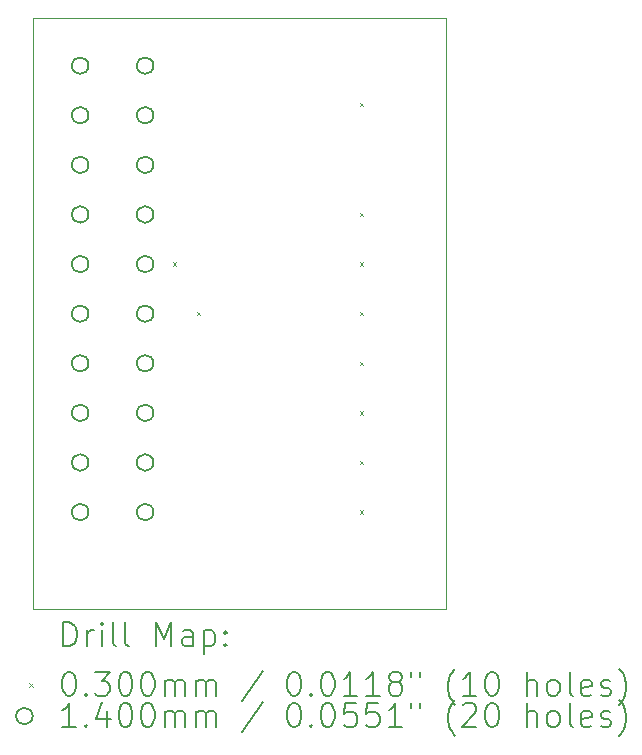
<source format=gbr>
%TF.GenerationSoftware,KiCad,Pcbnew,8.0.5*%
%TF.CreationDate,2024-11-12T19:45:52-03:00*%
%TF.ProjectId,Teste R_pido Fonte Chaveada,54657374-6520-452e-9170-69646f20466f,rev?*%
%TF.SameCoordinates,Original*%
%TF.FileFunction,Drillmap*%
%TF.FilePolarity,Positive*%
%FSLAX45Y45*%
G04 Gerber Fmt 4.5, Leading zero omitted, Abs format (unit mm)*
G04 Created by KiCad (PCBNEW 8.0.5) date 2024-11-12 19:45:52*
%MOMM*%
%LPD*%
G01*
G04 APERTURE LIST*
%ADD10C,0.050000*%
%ADD11C,0.200000*%
%ADD12C,0.100000*%
%ADD13C,0.140000*%
G04 APERTURE END LIST*
D10*
X9900000Y-5000000D02*
X13400000Y-5000000D01*
X13400000Y-10000000D01*
X9900000Y-10000000D01*
X9900000Y-5000000D01*
D11*
D12*
X11085000Y-7065000D02*
X11115000Y-7095000D01*
X11115000Y-7065000D02*
X11085000Y-7095000D01*
X11285000Y-7485000D02*
X11315000Y-7515000D01*
X11315000Y-7485000D02*
X11285000Y-7515000D01*
X12665000Y-5715000D02*
X12695000Y-5745000D01*
X12695000Y-5715000D02*
X12665000Y-5745000D01*
X12665000Y-6645000D02*
X12695000Y-6675000D01*
X12695000Y-6645000D02*
X12665000Y-6675000D01*
X12665000Y-7065000D02*
X12695000Y-7095000D01*
X12695000Y-7065000D02*
X12665000Y-7095000D01*
X12665000Y-7485000D02*
X12695000Y-7515000D01*
X12695000Y-7485000D02*
X12665000Y-7515000D01*
X12665000Y-7905000D02*
X12695000Y-7935000D01*
X12695000Y-7905000D02*
X12665000Y-7935000D01*
X12665000Y-8325000D02*
X12695000Y-8355000D01*
X12695000Y-8325000D02*
X12665000Y-8355000D01*
X12665000Y-8745000D02*
X12695000Y-8775000D01*
X12695000Y-8745000D02*
X12665000Y-8775000D01*
X12665000Y-9165000D02*
X12695000Y-9195000D01*
X12695000Y-9165000D02*
X12665000Y-9195000D01*
D13*
X10370000Y-5400000D02*
G75*
G02*
X10230000Y-5400000I-70000J0D01*
G01*
X10230000Y-5400000D02*
G75*
G02*
X10370000Y-5400000I70000J0D01*
G01*
X10370000Y-5820000D02*
G75*
G02*
X10230000Y-5820000I-70000J0D01*
G01*
X10230000Y-5820000D02*
G75*
G02*
X10370000Y-5820000I70000J0D01*
G01*
X10370000Y-6240000D02*
G75*
G02*
X10230000Y-6240000I-70000J0D01*
G01*
X10230000Y-6240000D02*
G75*
G02*
X10370000Y-6240000I70000J0D01*
G01*
X10370000Y-6660000D02*
G75*
G02*
X10230000Y-6660000I-70000J0D01*
G01*
X10230000Y-6660000D02*
G75*
G02*
X10370000Y-6660000I70000J0D01*
G01*
X10370000Y-7080000D02*
G75*
G02*
X10230000Y-7080000I-70000J0D01*
G01*
X10230000Y-7080000D02*
G75*
G02*
X10370000Y-7080000I70000J0D01*
G01*
X10370000Y-7500000D02*
G75*
G02*
X10230000Y-7500000I-70000J0D01*
G01*
X10230000Y-7500000D02*
G75*
G02*
X10370000Y-7500000I70000J0D01*
G01*
X10370000Y-7920000D02*
G75*
G02*
X10230000Y-7920000I-70000J0D01*
G01*
X10230000Y-7920000D02*
G75*
G02*
X10370000Y-7920000I70000J0D01*
G01*
X10370000Y-8340000D02*
G75*
G02*
X10230000Y-8340000I-70000J0D01*
G01*
X10230000Y-8340000D02*
G75*
G02*
X10370000Y-8340000I70000J0D01*
G01*
X10370000Y-8760000D02*
G75*
G02*
X10230000Y-8760000I-70000J0D01*
G01*
X10230000Y-8760000D02*
G75*
G02*
X10370000Y-8760000I70000J0D01*
G01*
X10370000Y-9180000D02*
G75*
G02*
X10230000Y-9180000I-70000J0D01*
G01*
X10230000Y-9180000D02*
G75*
G02*
X10370000Y-9180000I70000J0D01*
G01*
X10920000Y-5400000D02*
G75*
G02*
X10780000Y-5400000I-70000J0D01*
G01*
X10780000Y-5400000D02*
G75*
G02*
X10920000Y-5400000I70000J0D01*
G01*
X10920000Y-5820000D02*
G75*
G02*
X10780000Y-5820000I-70000J0D01*
G01*
X10780000Y-5820000D02*
G75*
G02*
X10920000Y-5820000I70000J0D01*
G01*
X10920000Y-6240000D02*
G75*
G02*
X10780000Y-6240000I-70000J0D01*
G01*
X10780000Y-6240000D02*
G75*
G02*
X10920000Y-6240000I70000J0D01*
G01*
X10920000Y-6660000D02*
G75*
G02*
X10780000Y-6660000I-70000J0D01*
G01*
X10780000Y-6660000D02*
G75*
G02*
X10920000Y-6660000I70000J0D01*
G01*
X10920000Y-7080000D02*
G75*
G02*
X10780000Y-7080000I-70000J0D01*
G01*
X10780000Y-7080000D02*
G75*
G02*
X10920000Y-7080000I70000J0D01*
G01*
X10920000Y-7500000D02*
G75*
G02*
X10780000Y-7500000I-70000J0D01*
G01*
X10780000Y-7500000D02*
G75*
G02*
X10920000Y-7500000I70000J0D01*
G01*
X10920000Y-7920000D02*
G75*
G02*
X10780000Y-7920000I-70000J0D01*
G01*
X10780000Y-7920000D02*
G75*
G02*
X10920000Y-7920000I70000J0D01*
G01*
X10920000Y-8340000D02*
G75*
G02*
X10780000Y-8340000I-70000J0D01*
G01*
X10780000Y-8340000D02*
G75*
G02*
X10920000Y-8340000I70000J0D01*
G01*
X10920000Y-8760000D02*
G75*
G02*
X10780000Y-8760000I-70000J0D01*
G01*
X10780000Y-8760000D02*
G75*
G02*
X10920000Y-8760000I70000J0D01*
G01*
X10920000Y-9180000D02*
G75*
G02*
X10780000Y-9180000I-70000J0D01*
G01*
X10780000Y-9180000D02*
G75*
G02*
X10920000Y-9180000I70000J0D01*
G01*
D11*
X10158277Y-10313984D02*
X10158277Y-10113984D01*
X10158277Y-10113984D02*
X10205896Y-10113984D01*
X10205896Y-10113984D02*
X10234467Y-10123508D01*
X10234467Y-10123508D02*
X10253515Y-10142555D01*
X10253515Y-10142555D02*
X10263039Y-10161603D01*
X10263039Y-10161603D02*
X10272563Y-10199698D01*
X10272563Y-10199698D02*
X10272563Y-10228270D01*
X10272563Y-10228270D02*
X10263039Y-10266365D01*
X10263039Y-10266365D02*
X10253515Y-10285412D01*
X10253515Y-10285412D02*
X10234467Y-10304460D01*
X10234467Y-10304460D02*
X10205896Y-10313984D01*
X10205896Y-10313984D02*
X10158277Y-10313984D01*
X10358277Y-10313984D02*
X10358277Y-10180650D01*
X10358277Y-10218746D02*
X10367801Y-10199698D01*
X10367801Y-10199698D02*
X10377324Y-10190174D01*
X10377324Y-10190174D02*
X10396372Y-10180650D01*
X10396372Y-10180650D02*
X10415420Y-10180650D01*
X10482086Y-10313984D02*
X10482086Y-10180650D01*
X10482086Y-10113984D02*
X10472563Y-10123508D01*
X10472563Y-10123508D02*
X10482086Y-10133031D01*
X10482086Y-10133031D02*
X10491610Y-10123508D01*
X10491610Y-10123508D02*
X10482086Y-10113984D01*
X10482086Y-10113984D02*
X10482086Y-10133031D01*
X10605896Y-10313984D02*
X10586848Y-10304460D01*
X10586848Y-10304460D02*
X10577324Y-10285412D01*
X10577324Y-10285412D02*
X10577324Y-10113984D01*
X10710658Y-10313984D02*
X10691610Y-10304460D01*
X10691610Y-10304460D02*
X10682086Y-10285412D01*
X10682086Y-10285412D02*
X10682086Y-10113984D01*
X10939229Y-10313984D02*
X10939229Y-10113984D01*
X10939229Y-10113984D02*
X11005896Y-10256841D01*
X11005896Y-10256841D02*
X11072563Y-10113984D01*
X11072563Y-10113984D02*
X11072563Y-10313984D01*
X11253515Y-10313984D02*
X11253515Y-10209222D01*
X11253515Y-10209222D02*
X11243991Y-10190174D01*
X11243991Y-10190174D02*
X11224943Y-10180650D01*
X11224943Y-10180650D02*
X11186848Y-10180650D01*
X11186848Y-10180650D02*
X11167801Y-10190174D01*
X11253515Y-10304460D02*
X11234467Y-10313984D01*
X11234467Y-10313984D02*
X11186848Y-10313984D01*
X11186848Y-10313984D02*
X11167801Y-10304460D01*
X11167801Y-10304460D02*
X11158277Y-10285412D01*
X11158277Y-10285412D02*
X11158277Y-10266365D01*
X11158277Y-10266365D02*
X11167801Y-10247317D01*
X11167801Y-10247317D02*
X11186848Y-10237793D01*
X11186848Y-10237793D02*
X11234467Y-10237793D01*
X11234467Y-10237793D02*
X11253515Y-10228270D01*
X11348753Y-10180650D02*
X11348753Y-10380650D01*
X11348753Y-10190174D02*
X11367801Y-10180650D01*
X11367801Y-10180650D02*
X11405896Y-10180650D01*
X11405896Y-10180650D02*
X11424943Y-10190174D01*
X11424943Y-10190174D02*
X11434467Y-10199698D01*
X11434467Y-10199698D02*
X11443991Y-10218746D01*
X11443991Y-10218746D02*
X11443991Y-10275889D01*
X11443991Y-10275889D02*
X11434467Y-10294936D01*
X11434467Y-10294936D02*
X11424943Y-10304460D01*
X11424943Y-10304460D02*
X11405896Y-10313984D01*
X11405896Y-10313984D02*
X11367801Y-10313984D01*
X11367801Y-10313984D02*
X11348753Y-10304460D01*
X11529705Y-10294936D02*
X11539229Y-10304460D01*
X11539229Y-10304460D02*
X11529705Y-10313984D01*
X11529705Y-10313984D02*
X11520182Y-10304460D01*
X11520182Y-10304460D02*
X11529705Y-10294936D01*
X11529705Y-10294936D02*
X11529705Y-10313984D01*
X11529705Y-10190174D02*
X11539229Y-10199698D01*
X11539229Y-10199698D02*
X11529705Y-10209222D01*
X11529705Y-10209222D02*
X11520182Y-10199698D01*
X11520182Y-10199698D02*
X11529705Y-10190174D01*
X11529705Y-10190174D02*
X11529705Y-10209222D01*
D12*
X9867500Y-10627500D02*
X9897500Y-10657500D01*
X9897500Y-10627500D02*
X9867500Y-10657500D01*
D11*
X10196372Y-10533984D02*
X10215420Y-10533984D01*
X10215420Y-10533984D02*
X10234467Y-10543508D01*
X10234467Y-10543508D02*
X10243991Y-10553031D01*
X10243991Y-10553031D02*
X10253515Y-10572079D01*
X10253515Y-10572079D02*
X10263039Y-10610174D01*
X10263039Y-10610174D02*
X10263039Y-10657793D01*
X10263039Y-10657793D02*
X10253515Y-10695889D01*
X10253515Y-10695889D02*
X10243991Y-10714936D01*
X10243991Y-10714936D02*
X10234467Y-10724460D01*
X10234467Y-10724460D02*
X10215420Y-10733984D01*
X10215420Y-10733984D02*
X10196372Y-10733984D01*
X10196372Y-10733984D02*
X10177324Y-10724460D01*
X10177324Y-10724460D02*
X10167801Y-10714936D01*
X10167801Y-10714936D02*
X10158277Y-10695889D01*
X10158277Y-10695889D02*
X10148753Y-10657793D01*
X10148753Y-10657793D02*
X10148753Y-10610174D01*
X10148753Y-10610174D02*
X10158277Y-10572079D01*
X10158277Y-10572079D02*
X10167801Y-10553031D01*
X10167801Y-10553031D02*
X10177324Y-10543508D01*
X10177324Y-10543508D02*
X10196372Y-10533984D01*
X10348753Y-10714936D02*
X10358277Y-10724460D01*
X10358277Y-10724460D02*
X10348753Y-10733984D01*
X10348753Y-10733984D02*
X10339229Y-10724460D01*
X10339229Y-10724460D02*
X10348753Y-10714936D01*
X10348753Y-10714936D02*
X10348753Y-10733984D01*
X10424944Y-10533984D02*
X10548753Y-10533984D01*
X10548753Y-10533984D02*
X10482086Y-10610174D01*
X10482086Y-10610174D02*
X10510658Y-10610174D01*
X10510658Y-10610174D02*
X10529705Y-10619698D01*
X10529705Y-10619698D02*
X10539229Y-10629222D01*
X10539229Y-10629222D02*
X10548753Y-10648270D01*
X10548753Y-10648270D02*
X10548753Y-10695889D01*
X10548753Y-10695889D02*
X10539229Y-10714936D01*
X10539229Y-10714936D02*
X10529705Y-10724460D01*
X10529705Y-10724460D02*
X10510658Y-10733984D01*
X10510658Y-10733984D02*
X10453515Y-10733984D01*
X10453515Y-10733984D02*
X10434467Y-10724460D01*
X10434467Y-10724460D02*
X10424944Y-10714936D01*
X10672563Y-10533984D02*
X10691610Y-10533984D01*
X10691610Y-10533984D02*
X10710658Y-10543508D01*
X10710658Y-10543508D02*
X10720182Y-10553031D01*
X10720182Y-10553031D02*
X10729705Y-10572079D01*
X10729705Y-10572079D02*
X10739229Y-10610174D01*
X10739229Y-10610174D02*
X10739229Y-10657793D01*
X10739229Y-10657793D02*
X10729705Y-10695889D01*
X10729705Y-10695889D02*
X10720182Y-10714936D01*
X10720182Y-10714936D02*
X10710658Y-10724460D01*
X10710658Y-10724460D02*
X10691610Y-10733984D01*
X10691610Y-10733984D02*
X10672563Y-10733984D01*
X10672563Y-10733984D02*
X10653515Y-10724460D01*
X10653515Y-10724460D02*
X10643991Y-10714936D01*
X10643991Y-10714936D02*
X10634467Y-10695889D01*
X10634467Y-10695889D02*
X10624944Y-10657793D01*
X10624944Y-10657793D02*
X10624944Y-10610174D01*
X10624944Y-10610174D02*
X10634467Y-10572079D01*
X10634467Y-10572079D02*
X10643991Y-10553031D01*
X10643991Y-10553031D02*
X10653515Y-10543508D01*
X10653515Y-10543508D02*
X10672563Y-10533984D01*
X10863039Y-10533984D02*
X10882086Y-10533984D01*
X10882086Y-10533984D02*
X10901134Y-10543508D01*
X10901134Y-10543508D02*
X10910658Y-10553031D01*
X10910658Y-10553031D02*
X10920182Y-10572079D01*
X10920182Y-10572079D02*
X10929705Y-10610174D01*
X10929705Y-10610174D02*
X10929705Y-10657793D01*
X10929705Y-10657793D02*
X10920182Y-10695889D01*
X10920182Y-10695889D02*
X10910658Y-10714936D01*
X10910658Y-10714936D02*
X10901134Y-10724460D01*
X10901134Y-10724460D02*
X10882086Y-10733984D01*
X10882086Y-10733984D02*
X10863039Y-10733984D01*
X10863039Y-10733984D02*
X10843991Y-10724460D01*
X10843991Y-10724460D02*
X10834467Y-10714936D01*
X10834467Y-10714936D02*
X10824944Y-10695889D01*
X10824944Y-10695889D02*
X10815420Y-10657793D01*
X10815420Y-10657793D02*
X10815420Y-10610174D01*
X10815420Y-10610174D02*
X10824944Y-10572079D01*
X10824944Y-10572079D02*
X10834467Y-10553031D01*
X10834467Y-10553031D02*
X10843991Y-10543508D01*
X10843991Y-10543508D02*
X10863039Y-10533984D01*
X11015420Y-10733984D02*
X11015420Y-10600650D01*
X11015420Y-10619698D02*
X11024944Y-10610174D01*
X11024944Y-10610174D02*
X11043991Y-10600650D01*
X11043991Y-10600650D02*
X11072563Y-10600650D01*
X11072563Y-10600650D02*
X11091610Y-10610174D01*
X11091610Y-10610174D02*
X11101134Y-10629222D01*
X11101134Y-10629222D02*
X11101134Y-10733984D01*
X11101134Y-10629222D02*
X11110658Y-10610174D01*
X11110658Y-10610174D02*
X11129705Y-10600650D01*
X11129705Y-10600650D02*
X11158277Y-10600650D01*
X11158277Y-10600650D02*
X11177325Y-10610174D01*
X11177325Y-10610174D02*
X11186848Y-10629222D01*
X11186848Y-10629222D02*
X11186848Y-10733984D01*
X11282086Y-10733984D02*
X11282086Y-10600650D01*
X11282086Y-10619698D02*
X11291610Y-10610174D01*
X11291610Y-10610174D02*
X11310658Y-10600650D01*
X11310658Y-10600650D02*
X11339229Y-10600650D01*
X11339229Y-10600650D02*
X11358277Y-10610174D01*
X11358277Y-10610174D02*
X11367801Y-10629222D01*
X11367801Y-10629222D02*
X11367801Y-10733984D01*
X11367801Y-10629222D02*
X11377324Y-10610174D01*
X11377324Y-10610174D02*
X11396372Y-10600650D01*
X11396372Y-10600650D02*
X11424943Y-10600650D01*
X11424943Y-10600650D02*
X11443991Y-10610174D01*
X11443991Y-10610174D02*
X11453515Y-10629222D01*
X11453515Y-10629222D02*
X11453515Y-10733984D01*
X11843991Y-10524460D02*
X11672563Y-10781603D01*
X12101134Y-10533984D02*
X12120182Y-10533984D01*
X12120182Y-10533984D02*
X12139229Y-10543508D01*
X12139229Y-10543508D02*
X12148753Y-10553031D01*
X12148753Y-10553031D02*
X12158277Y-10572079D01*
X12158277Y-10572079D02*
X12167801Y-10610174D01*
X12167801Y-10610174D02*
X12167801Y-10657793D01*
X12167801Y-10657793D02*
X12158277Y-10695889D01*
X12158277Y-10695889D02*
X12148753Y-10714936D01*
X12148753Y-10714936D02*
X12139229Y-10724460D01*
X12139229Y-10724460D02*
X12120182Y-10733984D01*
X12120182Y-10733984D02*
X12101134Y-10733984D01*
X12101134Y-10733984D02*
X12082086Y-10724460D01*
X12082086Y-10724460D02*
X12072563Y-10714936D01*
X12072563Y-10714936D02*
X12063039Y-10695889D01*
X12063039Y-10695889D02*
X12053515Y-10657793D01*
X12053515Y-10657793D02*
X12053515Y-10610174D01*
X12053515Y-10610174D02*
X12063039Y-10572079D01*
X12063039Y-10572079D02*
X12072563Y-10553031D01*
X12072563Y-10553031D02*
X12082086Y-10543508D01*
X12082086Y-10543508D02*
X12101134Y-10533984D01*
X12253515Y-10714936D02*
X12263039Y-10724460D01*
X12263039Y-10724460D02*
X12253515Y-10733984D01*
X12253515Y-10733984D02*
X12243991Y-10724460D01*
X12243991Y-10724460D02*
X12253515Y-10714936D01*
X12253515Y-10714936D02*
X12253515Y-10733984D01*
X12386848Y-10533984D02*
X12405896Y-10533984D01*
X12405896Y-10533984D02*
X12424944Y-10543508D01*
X12424944Y-10543508D02*
X12434467Y-10553031D01*
X12434467Y-10553031D02*
X12443991Y-10572079D01*
X12443991Y-10572079D02*
X12453515Y-10610174D01*
X12453515Y-10610174D02*
X12453515Y-10657793D01*
X12453515Y-10657793D02*
X12443991Y-10695889D01*
X12443991Y-10695889D02*
X12434467Y-10714936D01*
X12434467Y-10714936D02*
X12424944Y-10724460D01*
X12424944Y-10724460D02*
X12405896Y-10733984D01*
X12405896Y-10733984D02*
X12386848Y-10733984D01*
X12386848Y-10733984D02*
X12367801Y-10724460D01*
X12367801Y-10724460D02*
X12358277Y-10714936D01*
X12358277Y-10714936D02*
X12348753Y-10695889D01*
X12348753Y-10695889D02*
X12339229Y-10657793D01*
X12339229Y-10657793D02*
X12339229Y-10610174D01*
X12339229Y-10610174D02*
X12348753Y-10572079D01*
X12348753Y-10572079D02*
X12358277Y-10553031D01*
X12358277Y-10553031D02*
X12367801Y-10543508D01*
X12367801Y-10543508D02*
X12386848Y-10533984D01*
X12643991Y-10733984D02*
X12529706Y-10733984D01*
X12586848Y-10733984D02*
X12586848Y-10533984D01*
X12586848Y-10533984D02*
X12567801Y-10562555D01*
X12567801Y-10562555D02*
X12548753Y-10581603D01*
X12548753Y-10581603D02*
X12529706Y-10591127D01*
X12834467Y-10733984D02*
X12720182Y-10733984D01*
X12777325Y-10733984D02*
X12777325Y-10533984D01*
X12777325Y-10533984D02*
X12758277Y-10562555D01*
X12758277Y-10562555D02*
X12739229Y-10581603D01*
X12739229Y-10581603D02*
X12720182Y-10591127D01*
X12948753Y-10619698D02*
X12929706Y-10610174D01*
X12929706Y-10610174D02*
X12920182Y-10600650D01*
X12920182Y-10600650D02*
X12910658Y-10581603D01*
X12910658Y-10581603D02*
X12910658Y-10572079D01*
X12910658Y-10572079D02*
X12920182Y-10553031D01*
X12920182Y-10553031D02*
X12929706Y-10543508D01*
X12929706Y-10543508D02*
X12948753Y-10533984D01*
X12948753Y-10533984D02*
X12986848Y-10533984D01*
X12986848Y-10533984D02*
X13005896Y-10543508D01*
X13005896Y-10543508D02*
X13015420Y-10553031D01*
X13015420Y-10553031D02*
X13024944Y-10572079D01*
X13024944Y-10572079D02*
X13024944Y-10581603D01*
X13024944Y-10581603D02*
X13015420Y-10600650D01*
X13015420Y-10600650D02*
X13005896Y-10610174D01*
X13005896Y-10610174D02*
X12986848Y-10619698D01*
X12986848Y-10619698D02*
X12948753Y-10619698D01*
X12948753Y-10619698D02*
X12929706Y-10629222D01*
X12929706Y-10629222D02*
X12920182Y-10638746D01*
X12920182Y-10638746D02*
X12910658Y-10657793D01*
X12910658Y-10657793D02*
X12910658Y-10695889D01*
X12910658Y-10695889D02*
X12920182Y-10714936D01*
X12920182Y-10714936D02*
X12929706Y-10724460D01*
X12929706Y-10724460D02*
X12948753Y-10733984D01*
X12948753Y-10733984D02*
X12986848Y-10733984D01*
X12986848Y-10733984D02*
X13005896Y-10724460D01*
X13005896Y-10724460D02*
X13015420Y-10714936D01*
X13015420Y-10714936D02*
X13024944Y-10695889D01*
X13024944Y-10695889D02*
X13024944Y-10657793D01*
X13024944Y-10657793D02*
X13015420Y-10638746D01*
X13015420Y-10638746D02*
X13005896Y-10629222D01*
X13005896Y-10629222D02*
X12986848Y-10619698D01*
X13101134Y-10533984D02*
X13101134Y-10572079D01*
X13177325Y-10533984D02*
X13177325Y-10572079D01*
X13472563Y-10810174D02*
X13463039Y-10800650D01*
X13463039Y-10800650D02*
X13443991Y-10772079D01*
X13443991Y-10772079D02*
X13434468Y-10753031D01*
X13434468Y-10753031D02*
X13424944Y-10724460D01*
X13424944Y-10724460D02*
X13415420Y-10676841D01*
X13415420Y-10676841D02*
X13415420Y-10638746D01*
X13415420Y-10638746D02*
X13424944Y-10591127D01*
X13424944Y-10591127D02*
X13434468Y-10562555D01*
X13434468Y-10562555D02*
X13443991Y-10543508D01*
X13443991Y-10543508D02*
X13463039Y-10514936D01*
X13463039Y-10514936D02*
X13472563Y-10505412D01*
X13653515Y-10733984D02*
X13539229Y-10733984D01*
X13596372Y-10733984D02*
X13596372Y-10533984D01*
X13596372Y-10533984D02*
X13577325Y-10562555D01*
X13577325Y-10562555D02*
X13558277Y-10581603D01*
X13558277Y-10581603D02*
X13539229Y-10591127D01*
X13777325Y-10533984D02*
X13796372Y-10533984D01*
X13796372Y-10533984D02*
X13815420Y-10543508D01*
X13815420Y-10543508D02*
X13824944Y-10553031D01*
X13824944Y-10553031D02*
X13834468Y-10572079D01*
X13834468Y-10572079D02*
X13843991Y-10610174D01*
X13843991Y-10610174D02*
X13843991Y-10657793D01*
X13843991Y-10657793D02*
X13834468Y-10695889D01*
X13834468Y-10695889D02*
X13824944Y-10714936D01*
X13824944Y-10714936D02*
X13815420Y-10724460D01*
X13815420Y-10724460D02*
X13796372Y-10733984D01*
X13796372Y-10733984D02*
X13777325Y-10733984D01*
X13777325Y-10733984D02*
X13758277Y-10724460D01*
X13758277Y-10724460D02*
X13748753Y-10714936D01*
X13748753Y-10714936D02*
X13739229Y-10695889D01*
X13739229Y-10695889D02*
X13729706Y-10657793D01*
X13729706Y-10657793D02*
X13729706Y-10610174D01*
X13729706Y-10610174D02*
X13739229Y-10572079D01*
X13739229Y-10572079D02*
X13748753Y-10553031D01*
X13748753Y-10553031D02*
X13758277Y-10543508D01*
X13758277Y-10543508D02*
X13777325Y-10533984D01*
X14082087Y-10733984D02*
X14082087Y-10533984D01*
X14167801Y-10733984D02*
X14167801Y-10629222D01*
X14167801Y-10629222D02*
X14158277Y-10610174D01*
X14158277Y-10610174D02*
X14139230Y-10600650D01*
X14139230Y-10600650D02*
X14110658Y-10600650D01*
X14110658Y-10600650D02*
X14091610Y-10610174D01*
X14091610Y-10610174D02*
X14082087Y-10619698D01*
X14291610Y-10733984D02*
X14272563Y-10724460D01*
X14272563Y-10724460D02*
X14263039Y-10714936D01*
X14263039Y-10714936D02*
X14253515Y-10695889D01*
X14253515Y-10695889D02*
X14253515Y-10638746D01*
X14253515Y-10638746D02*
X14263039Y-10619698D01*
X14263039Y-10619698D02*
X14272563Y-10610174D01*
X14272563Y-10610174D02*
X14291610Y-10600650D01*
X14291610Y-10600650D02*
X14320182Y-10600650D01*
X14320182Y-10600650D02*
X14339230Y-10610174D01*
X14339230Y-10610174D02*
X14348753Y-10619698D01*
X14348753Y-10619698D02*
X14358277Y-10638746D01*
X14358277Y-10638746D02*
X14358277Y-10695889D01*
X14358277Y-10695889D02*
X14348753Y-10714936D01*
X14348753Y-10714936D02*
X14339230Y-10724460D01*
X14339230Y-10724460D02*
X14320182Y-10733984D01*
X14320182Y-10733984D02*
X14291610Y-10733984D01*
X14472563Y-10733984D02*
X14453515Y-10724460D01*
X14453515Y-10724460D02*
X14443991Y-10705412D01*
X14443991Y-10705412D02*
X14443991Y-10533984D01*
X14624944Y-10724460D02*
X14605896Y-10733984D01*
X14605896Y-10733984D02*
X14567801Y-10733984D01*
X14567801Y-10733984D02*
X14548753Y-10724460D01*
X14548753Y-10724460D02*
X14539230Y-10705412D01*
X14539230Y-10705412D02*
X14539230Y-10629222D01*
X14539230Y-10629222D02*
X14548753Y-10610174D01*
X14548753Y-10610174D02*
X14567801Y-10600650D01*
X14567801Y-10600650D02*
X14605896Y-10600650D01*
X14605896Y-10600650D02*
X14624944Y-10610174D01*
X14624944Y-10610174D02*
X14634468Y-10629222D01*
X14634468Y-10629222D02*
X14634468Y-10648270D01*
X14634468Y-10648270D02*
X14539230Y-10667317D01*
X14710658Y-10724460D02*
X14729706Y-10733984D01*
X14729706Y-10733984D02*
X14767801Y-10733984D01*
X14767801Y-10733984D02*
X14786849Y-10724460D01*
X14786849Y-10724460D02*
X14796372Y-10705412D01*
X14796372Y-10705412D02*
X14796372Y-10695889D01*
X14796372Y-10695889D02*
X14786849Y-10676841D01*
X14786849Y-10676841D02*
X14767801Y-10667317D01*
X14767801Y-10667317D02*
X14739230Y-10667317D01*
X14739230Y-10667317D02*
X14720182Y-10657793D01*
X14720182Y-10657793D02*
X14710658Y-10638746D01*
X14710658Y-10638746D02*
X14710658Y-10629222D01*
X14710658Y-10629222D02*
X14720182Y-10610174D01*
X14720182Y-10610174D02*
X14739230Y-10600650D01*
X14739230Y-10600650D02*
X14767801Y-10600650D01*
X14767801Y-10600650D02*
X14786849Y-10610174D01*
X14863039Y-10810174D02*
X14872563Y-10800650D01*
X14872563Y-10800650D02*
X14891611Y-10772079D01*
X14891611Y-10772079D02*
X14901134Y-10753031D01*
X14901134Y-10753031D02*
X14910658Y-10724460D01*
X14910658Y-10724460D02*
X14920182Y-10676841D01*
X14920182Y-10676841D02*
X14920182Y-10638746D01*
X14920182Y-10638746D02*
X14910658Y-10591127D01*
X14910658Y-10591127D02*
X14901134Y-10562555D01*
X14901134Y-10562555D02*
X14891611Y-10543508D01*
X14891611Y-10543508D02*
X14872563Y-10514936D01*
X14872563Y-10514936D02*
X14863039Y-10505412D01*
D13*
X9897500Y-10906500D02*
G75*
G02*
X9757500Y-10906500I-70000J0D01*
G01*
X9757500Y-10906500D02*
G75*
G02*
X9897500Y-10906500I70000J0D01*
G01*
D11*
X10263039Y-10997984D02*
X10148753Y-10997984D01*
X10205896Y-10997984D02*
X10205896Y-10797984D01*
X10205896Y-10797984D02*
X10186848Y-10826555D01*
X10186848Y-10826555D02*
X10167801Y-10845603D01*
X10167801Y-10845603D02*
X10148753Y-10855127D01*
X10348753Y-10978936D02*
X10358277Y-10988460D01*
X10358277Y-10988460D02*
X10348753Y-10997984D01*
X10348753Y-10997984D02*
X10339229Y-10988460D01*
X10339229Y-10988460D02*
X10348753Y-10978936D01*
X10348753Y-10978936D02*
X10348753Y-10997984D01*
X10529705Y-10864650D02*
X10529705Y-10997984D01*
X10482086Y-10788460D02*
X10434467Y-10931317D01*
X10434467Y-10931317D02*
X10558277Y-10931317D01*
X10672563Y-10797984D02*
X10691610Y-10797984D01*
X10691610Y-10797984D02*
X10710658Y-10807508D01*
X10710658Y-10807508D02*
X10720182Y-10817031D01*
X10720182Y-10817031D02*
X10729705Y-10836079D01*
X10729705Y-10836079D02*
X10739229Y-10874174D01*
X10739229Y-10874174D02*
X10739229Y-10921793D01*
X10739229Y-10921793D02*
X10729705Y-10959889D01*
X10729705Y-10959889D02*
X10720182Y-10978936D01*
X10720182Y-10978936D02*
X10710658Y-10988460D01*
X10710658Y-10988460D02*
X10691610Y-10997984D01*
X10691610Y-10997984D02*
X10672563Y-10997984D01*
X10672563Y-10997984D02*
X10653515Y-10988460D01*
X10653515Y-10988460D02*
X10643991Y-10978936D01*
X10643991Y-10978936D02*
X10634467Y-10959889D01*
X10634467Y-10959889D02*
X10624944Y-10921793D01*
X10624944Y-10921793D02*
X10624944Y-10874174D01*
X10624944Y-10874174D02*
X10634467Y-10836079D01*
X10634467Y-10836079D02*
X10643991Y-10817031D01*
X10643991Y-10817031D02*
X10653515Y-10807508D01*
X10653515Y-10807508D02*
X10672563Y-10797984D01*
X10863039Y-10797984D02*
X10882086Y-10797984D01*
X10882086Y-10797984D02*
X10901134Y-10807508D01*
X10901134Y-10807508D02*
X10910658Y-10817031D01*
X10910658Y-10817031D02*
X10920182Y-10836079D01*
X10920182Y-10836079D02*
X10929705Y-10874174D01*
X10929705Y-10874174D02*
X10929705Y-10921793D01*
X10929705Y-10921793D02*
X10920182Y-10959889D01*
X10920182Y-10959889D02*
X10910658Y-10978936D01*
X10910658Y-10978936D02*
X10901134Y-10988460D01*
X10901134Y-10988460D02*
X10882086Y-10997984D01*
X10882086Y-10997984D02*
X10863039Y-10997984D01*
X10863039Y-10997984D02*
X10843991Y-10988460D01*
X10843991Y-10988460D02*
X10834467Y-10978936D01*
X10834467Y-10978936D02*
X10824944Y-10959889D01*
X10824944Y-10959889D02*
X10815420Y-10921793D01*
X10815420Y-10921793D02*
X10815420Y-10874174D01*
X10815420Y-10874174D02*
X10824944Y-10836079D01*
X10824944Y-10836079D02*
X10834467Y-10817031D01*
X10834467Y-10817031D02*
X10843991Y-10807508D01*
X10843991Y-10807508D02*
X10863039Y-10797984D01*
X11015420Y-10997984D02*
X11015420Y-10864650D01*
X11015420Y-10883698D02*
X11024944Y-10874174D01*
X11024944Y-10874174D02*
X11043991Y-10864650D01*
X11043991Y-10864650D02*
X11072563Y-10864650D01*
X11072563Y-10864650D02*
X11091610Y-10874174D01*
X11091610Y-10874174D02*
X11101134Y-10893222D01*
X11101134Y-10893222D02*
X11101134Y-10997984D01*
X11101134Y-10893222D02*
X11110658Y-10874174D01*
X11110658Y-10874174D02*
X11129705Y-10864650D01*
X11129705Y-10864650D02*
X11158277Y-10864650D01*
X11158277Y-10864650D02*
X11177325Y-10874174D01*
X11177325Y-10874174D02*
X11186848Y-10893222D01*
X11186848Y-10893222D02*
X11186848Y-10997984D01*
X11282086Y-10997984D02*
X11282086Y-10864650D01*
X11282086Y-10883698D02*
X11291610Y-10874174D01*
X11291610Y-10874174D02*
X11310658Y-10864650D01*
X11310658Y-10864650D02*
X11339229Y-10864650D01*
X11339229Y-10864650D02*
X11358277Y-10874174D01*
X11358277Y-10874174D02*
X11367801Y-10893222D01*
X11367801Y-10893222D02*
X11367801Y-10997984D01*
X11367801Y-10893222D02*
X11377324Y-10874174D01*
X11377324Y-10874174D02*
X11396372Y-10864650D01*
X11396372Y-10864650D02*
X11424943Y-10864650D01*
X11424943Y-10864650D02*
X11443991Y-10874174D01*
X11443991Y-10874174D02*
X11453515Y-10893222D01*
X11453515Y-10893222D02*
X11453515Y-10997984D01*
X11843991Y-10788460D02*
X11672563Y-11045603D01*
X12101134Y-10797984D02*
X12120182Y-10797984D01*
X12120182Y-10797984D02*
X12139229Y-10807508D01*
X12139229Y-10807508D02*
X12148753Y-10817031D01*
X12148753Y-10817031D02*
X12158277Y-10836079D01*
X12158277Y-10836079D02*
X12167801Y-10874174D01*
X12167801Y-10874174D02*
X12167801Y-10921793D01*
X12167801Y-10921793D02*
X12158277Y-10959889D01*
X12158277Y-10959889D02*
X12148753Y-10978936D01*
X12148753Y-10978936D02*
X12139229Y-10988460D01*
X12139229Y-10988460D02*
X12120182Y-10997984D01*
X12120182Y-10997984D02*
X12101134Y-10997984D01*
X12101134Y-10997984D02*
X12082086Y-10988460D01*
X12082086Y-10988460D02*
X12072563Y-10978936D01*
X12072563Y-10978936D02*
X12063039Y-10959889D01*
X12063039Y-10959889D02*
X12053515Y-10921793D01*
X12053515Y-10921793D02*
X12053515Y-10874174D01*
X12053515Y-10874174D02*
X12063039Y-10836079D01*
X12063039Y-10836079D02*
X12072563Y-10817031D01*
X12072563Y-10817031D02*
X12082086Y-10807508D01*
X12082086Y-10807508D02*
X12101134Y-10797984D01*
X12253515Y-10978936D02*
X12263039Y-10988460D01*
X12263039Y-10988460D02*
X12253515Y-10997984D01*
X12253515Y-10997984D02*
X12243991Y-10988460D01*
X12243991Y-10988460D02*
X12253515Y-10978936D01*
X12253515Y-10978936D02*
X12253515Y-10997984D01*
X12386848Y-10797984D02*
X12405896Y-10797984D01*
X12405896Y-10797984D02*
X12424944Y-10807508D01*
X12424944Y-10807508D02*
X12434467Y-10817031D01*
X12434467Y-10817031D02*
X12443991Y-10836079D01*
X12443991Y-10836079D02*
X12453515Y-10874174D01*
X12453515Y-10874174D02*
X12453515Y-10921793D01*
X12453515Y-10921793D02*
X12443991Y-10959889D01*
X12443991Y-10959889D02*
X12434467Y-10978936D01*
X12434467Y-10978936D02*
X12424944Y-10988460D01*
X12424944Y-10988460D02*
X12405896Y-10997984D01*
X12405896Y-10997984D02*
X12386848Y-10997984D01*
X12386848Y-10997984D02*
X12367801Y-10988460D01*
X12367801Y-10988460D02*
X12358277Y-10978936D01*
X12358277Y-10978936D02*
X12348753Y-10959889D01*
X12348753Y-10959889D02*
X12339229Y-10921793D01*
X12339229Y-10921793D02*
X12339229Y-10874174D01*
X12339229Y-10874174D02*
X12348753Y-10836079D01*
X12348753Y-10836079D02*
X12358277Y-10817031D01*
X12358277Y-10817031D02*
X12367801Y-10807508D01*
X12367801Y-10807508D02*
X12386848Y-10797984D01*
X12634467Y-10797984D02*
X12539229Y-10797984D01*
X12539229Y-10797984D02*
X12529706Y-10893222D01*
X12529706Y-10893222D02*
X12539229Y-10883698D01*
X12539229Y-10883698D02*
X12558277Y-10874174D01*
X12558277Y-10874174D02*
X12605896Y-10874174D01*
X12605896Y-10874174D02*
X12624944Y-10883698D01*
X12624944Y-10883698D02*
X12634467Y-10893222D01*
X12634467Y-10893222D02*
X12643991Y-10912270D01*
X12643991Y-10912270D02*
X12643991Y-10959889D01*
X12643991Y-10959889D02*
X12634467Y-10978936D01*
X12634467Y-10978936D02*
X12624944Y-10988460D01*
X12624944Y-10988460D02*
X12605896Y-10997984D01*
X12605896Y-10997984D02*
X12558277Y-10997984D01*
X12558277Y-10997984D02*
X12539229Y-10988460D01*
X12539229Y-10988460D02*
X12529706Y-10978936D01*
X12824944Y-10797984D02*
X12729706Y-10797984D01*
X12729706Y-10797984D02*
X12720182Y-10893222D01*
X12720182Y-10893222D02*
X12729706Y-10883698D01*
X12729706Y-10883698D02*
X12748753Y-10874174D01*
X12748753Y-10874174D02*
X12796372Y-10874174D01*
X12796372Y-10874174D02*
X12815420Y-10883698D01*
X12815420Y-10883698D02*
X12824944Y-10893222D01*
X12824944Y-10893222D02*
X12834467Y-10912270D01*
X12834467Y-10912270D02*
X12834467Y-10959889D01*
X12834467Y-10959889D02*
X12824944Y-10978936D01*
X12824944Y-10978936D02*
X12815420Y-10988460D01*
X12815420Y-10988460D02*
X12796372Y-10997984D01*
X12796372Y-10997984D02*
X12748753Y-10997984D01*
X12748753Y-10997984D02*
X12729706Y-10988460D01*
X12729706Y-10988460D02*
X12720182Y-10978936D01*
X13024944Y-10997984D02*
X12910658Y-10997984D01*
X12967801Y-10997984D02*
X12967801Y-10797984D01*
X12967801Y-10797984D02*
X12948753Y-10826555D01*
X12948753Y-10826555D02*
X12929706Y-10845603D01*
X12929706Y-10845603D02*
X12910658Y-10855127D01*
X13101134Y-10797984D02*
X13101134Y-10836079D01*
X13177325Y-10797984D02*
X13177325Y-10836079D01*
X13472563Y-11074174D02*
X13463039Y-11064650D01*
X13463039Y-11064650D02*
X13443991Y-11036079D01*
X13443991Y-11036079D02*
X13434468Y-11017031D01*
X13434468Y-11017031D02*
X13424944Y-10988460D01*
X13424944Y-10988460D02*
X13415420Y-10940841D01*
X13415420Y-10940841D02*
X13415420Y-10902746D01*
X13415420Y-10902746D02*
X13424944Y-10855127D01*
X13424944Y-10855127D02*
X13434468Y-10826555D01*
X13434468Y-10826555D02*
X13443991Y-10807508D01*
X13443991Y-10807508D02*
X13463039Y-10778936D01*
X13463039Y-10778936D02*
X13472563Y-10769412D01*
X13539229Y-10817031D02*
X13548753Y-10807508D01*
X13548753Y-10807508D02*
X13567801Y-10797984D01*
X13567801Y-10797984D02*
X13615420Y-10797984D01*
X13615420Y-10797984D02*
X13634468Y-10807508D01*
X13634468Y-10807508D02*
X13643991Y-10817031D01*
X13643991Y-10817031D02*
X13653515Y-10836079D01*
X13653515Y-10836079D02*
X13653515Y-10855127D01*
X13653515Y-10855127D02*
X13643991Y-10883698D01*
X13643991Y-10883698D02*
X13529706Y-10997984D01*
X13529706Y-10997984D02*
X13653515Y-10997984D01*
X13777325Y-10797984D02*
X13796372Y-10797984D01*
X13796372Y-10797984D02*
X13815420Y-10807508D01*
X13815420Y-10807508D02*
X13824944Y-10817031D01*
X13824944Y-10817031D02*
X13834468Y-10836079D01*
X13834468Y-10836079D02*
X13843991Y-10874174D01*
X13843991Y-10874174D02*
X13843991Y-10921793D01*
X13843991Y-10921793D02*
X13834468Y-10959889D01*
X13834468Y-10959889D02*
X13824944Y-10978936D01*
X13824944Y-10978936D02*
X13815420Y-10988460D01*
X13815420Y-10988460D02*
X13796372Y-10997984D01*
X13796372Y-10997984D02*
X13777325Y-10997984D01*
X13777325Y-10997984D02*
X13758277Y-10988460D01*
X13758277Y-10988460D02*
X13748753Y-10978936D01*
X13748753Y-10978936D02*
X13739229Y-10959889D01*
X13739229Y-10959889D02*
X13729706Y-10921793D01*
X13729706Y-10921793D02*
X13729706Y-10874174D01*
X13729706Y-10874174D02*
X13739229Y-10836079D01*
X13739229Y-10836079D02*
X13748753Y-10817031D01*
X13748753Y-10817031D02*
X13758277Y-10807508D01*
X13758277Y-10807508D02*
X13777325Y-10797984D01*
X14082087Y-10997984D02*
X14082087Y-10797984D01*
X14167801Y-10997984D02*
X14167801Y-10893222D01*
X14167801Y-10893222D02*
X14158277Y-10874174D01*
X14158277Y-10874174D02*
X14139230Y-10864650D01*
X14139230Y-10864650D02*
X14110658Y-10864650D01*
X14110658Y-10864650D02*
X14091610Y-10874174D01*
X14091610Y-10874174D02*
X14082087Y-10883698D01*
X14291610Y-10997984D02*
X14272563Y-10988460D01*
X14272563Y-10988460D02*
X14263039Y-10978936D01*
X14263039Y-10978936D02*
X14253515Y-10959889D01*
X14253515Y-10959889D02*
X14253515Y-10902746D01*
X14253515Y-10902746D02*
X14263039Y-10883698D01*
X14263039Y-10883698D02*
X14272563Y-10874174D01*
X14272563Y-10874174D02*
X14291610Y-10864650D01*
X14291610Y-10864650D02*
X14320182Y-10864650D01*
X14320182Y-10864650D02*
X14339230Y-10874174D01*
X14339230Y-10874174D02*
X14348753Y-10883698D01*
X14348753Y-10883698D02*
X14358277Y-10902746D01*
X14358277Y-10902746D02*
X14358277Y-10959889D01*
X14358277Y-10959889D02*
X14348753Y-10978936D01*
X14348753Y-10978936D02*
X14339230Y-10988460D01*
X14339230Y-10988460D02*
X14320182Y-10997984D01*
X14320182Y-10997984D02*
X14291610Y-10997984D01*
X14472563Y-10997984D02*
X14453515Y-10988460D01*
X14453515Y-10988460D02*
X14443991Y-10969412D01*
X14443991Y-10969412D02*
X14443991Y-10797984D01*
X14624944Y-10988460D02*
X14605896Y-10997984D01*
X14605896Y-10997984D02*
X14567801Y-10997984D01*
X14567801Y-10997984D02*
X14548753Y-10988460D01*
X14548753Y-10988460D02*
X14539230Y-10969412D01*
X14539230Y-10969412D02*
X14539230Y-10893222D01*
X14539230Y-10893222D02*
X14548753Y-10874174D01*
X14548753Y-10874174D02*
X14567801Y-10864650D01*
X14567801Y-10864650D02*
X14605896Y-10864650D01*
X14605896Y-10864650D02*
X14624944Y-10874174D01*
X14624944Y-10874174D02*
X14634468Y-10893222D01*
X14634468Y-10893222D02*
X14634468Y-10912270D01*
X14634468Y-10912270D02*
X14539230Y-10931317D01*
X14710658Y-10988460D02*
X14729706Y-10997984D01*
X14729706Y-10997984D02*
X14767801Y-10997984D01*
X14767801Y-10997984D02*
X14786849Y-10988460D01*
X14786849Y-10988460D02*
X14796372Y-10969412D01*
X14796372Y-10969412D02*
X14796372Y-10959889D01*
X14796372Y-10959889D02*
X14786849Y-10940841D01*
X14786849Y-10940841D02*
X14767801Y-10931317D01*
X14767801Y-10931317D02*
X14739230Y-10931317D01*
X14739230Y-10931317D02*
X14720182Y-10921793D01*
X14720182Y-10921793D02*
X14710658Y-10902746D01*
X14710658Y-10902746D02*
X14710658Y-10893222D01*
X14710658Y-10893222D02*
X14720182Y-10874174D01*
X14720182Y-10874174D02*
X14739230Y-10864650D01*
X14739230Y-10864650D02*
X14767801Y-10864650D01*
X14767801Y-10864650D02*
X14786849Y-10874174D01*
X14863039Y-11074174D02*
X14872563Y-11064650D01*
X14872563Y-11064650D02*
X14891611Y-11036079D01*
X14891611Y-11036079D02*
X14901134Y-11017031D01*
X14901134Y-11017031D02*
X14910658Y-10988460D01*
X14910658Y-10988460D02*
X14920182Y-10940841D01*
X14920182Y-10940841D02*
X14920182Y-10902746D01*
X14920182Y-10902746D02*
X14910658Y-10855127D01*
X14910658Y-10855127D02*
X14901134Y-10826555D01*
X14901134Y-10826555D02*
X14891611Y-10807508D01*
X14891611Y-10807508D02*
X14872563Y-10778936D01*
X14872563Y-10778936D02*
X14863039Y-10769412D01*
M02*

</source>
